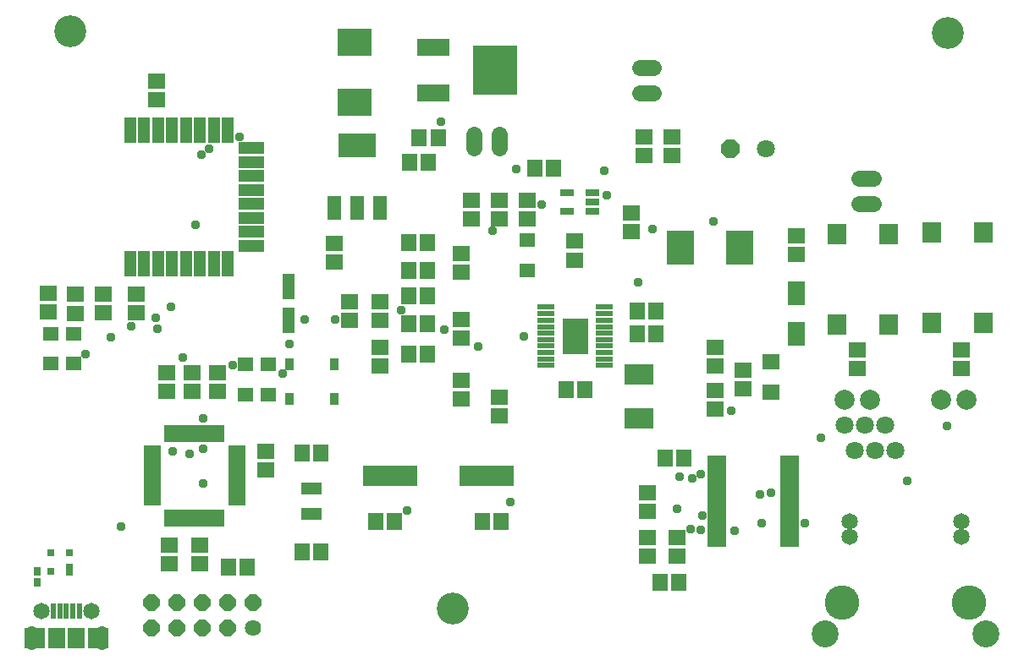
<source format=gbr>
G04 EAGLE Gerber RS-274X export*
G75*
%MOMM*%
%FSLAX34Y34*%
%LPD*%
%INSoldermask Top*%
%IPPOS*%
%AMOC8*
5,1,8,0,0,1.08239X$1,22.5*%
G01*
%ADD10R,1.703200X1.503200*%
%ADD11R,1.503200X1.703200*%
%ADD12R,2.103200X1.303200*%
%ADD13R,1.803200X1.503200*%
%ADD14R,0.903200X1.303200*%
%ADD15R,1.703200X0.483200*%
%ADD16R,0.483200X1.703200*%
%ADD17R,1.753200X2.403200*%
%ADD18R,1.676400X0.558800*%
%ADD19R,2.590800X3.606800*%
%ADD20P,1.951982X8X202.500000*%
%ADD21C,1.803400*%
%ADD22R,2.703200X3.453200*%
%ADD23R,2.903200X2.003200*%
%ADD24R,1.422200X2.438200*%
%ADD25R,3.803200X2.403200*%
%ADD26R,3.453200X2.703200*%
%ADD27R,3.203200X1.803200*%
%ADD28R,4.394200X5.029200*%
%ADD29R,1.203200X2.503200*%
%ADD30C,1.625600*%
%ADD31R,1.854200X0.635000*%
%ADD32R,5.537200X2.133600*%
%ADD33C,1.625600*%
%ADD34P,1.759533X8X202.500000*%
%ADD35C,1.803200*%
%ADD36C,1.653200*%
%ADD37C,2.003200*%
%ADD38C,3.453200*%
%ADD39C,2.703200*%
%ADD40R,1.603200X1.403200*%
%ADD41R,1.203200X2.653200*%
%ADD42R,2.653200X1.203200*%
%ADD43R,0.703200X0.903200*%
%ADD44R,0.803200X1.203200*%
%ADD45R,0.803200X0.803200*%
%ADD46R,1.903200X2.103200*%
%ADD47R,0.603200X1.553200*%
%ADD48R,1.703200X2.103200*%
%ADD49R,2.003200X2.103200*%
%ADD50C,1.311200*%
%ADD51R,1.403200X0.803200*%
%ADD52C,3.203200*%
%ADD53C,0.959600*%


D10*
X256540Y188620D03*
X256540Y207620D03*
X94107Y365100D03*
X94107Y346100D03*
X190500Y113640D03*
X190500Y94640D03*
X127000Y365100D03*
X127000Y346100D03*
D11*
X311760Y106680D03*
X292760Y106680D03*
X292760Y205740D03*
X311760Y205740D03*
D12*
X302260Y169980D03*
X302260Y144980D03*
D13*
X160020Y113640D03*
X160020Y94640D03*
D14*
X325120Y294640D03*
X325120Y259640D03*
X280620Y259640D03*
X280620Y294640D03*
D15*
X227920Y155380D03*
X227920Y160380D03*
X227920Y165380D03*
X227920Y170380D03*
X227920Y175380D03*
X227920Y180380D03*
X227920Y185380D03*
X227920Y190380D03*
X227920Y195380D03*
X227920Y200380D03*
X227920Y205380D03*
X227920Y210380D03*
D16*
X212920Y225380D03*
X207920Y225380D03*
X202920Y225380D03*
X197920Y225380D03*
X192920Y225380D03*
X187920Y225380D03*
X182920Y225380D03*
X177920Y225380D03*
X172920Y225380D03*
X167920Y225380D03*
X162920Y225380D03*
X157920Y225380D03*
D15*
X142920Y210380D03*
X142920Y205380D03*
X142920Y200380D03*
X142920Y195380D03*
X142920Y190380D03*
X142920Y185380D03*
X142920Y180380D03*
X142920Y175380D03*
X142920Y170380D03*
X142920Y165380D03*
X142920Y160380D03*
X142920Y155380D03*
D16*
X157920Y140380D03*
X162920Y140380D03*
X167920Y140380D03*
X172920Y140380D03*
X177920Y140380D03*
X182920Y140380D03*
X187920Y140380D03*
X192920Y140380D03*
X197920Y140380D03*
X202920Y140380D03*
X207920Y140380D03*
X212920Y140380D03*
D17*
X787400Y365940D03*
X787400Y324940D03*
D10*
X787400Y404520D03*
X787400Y423520D03*
D18*
X537210Y351790D03*
X537210Y345440D03*
X537210Y338836D03*
X537210Y332232D03*
X537210Y325882D03*
X537210Y319278D03*
X537210Y312928D03*
X537210Y306324D03*
X537210Y299720D03*
X537210Y293370D03*
X595630Y293370D03*
X595630Y299720D03*
X595630Y306324D03*
X595630Y312928D03*
X595630Y319278D03*
X595630Y325882D03*
X595630Y332232D03*
X595630Y338836D03*
X595630Y345440D03*
X595630Y351790D03*
D19*
X566420Y322580D03*
D10*
X452120Y259740D03*
X452120Y278740D03*
D11*
X399440Y388620D03*
X418440Y388620D03*
D10*
X490474Y242722D03*
X490474Y261722D03*
D11*
X418440Y416560D03*
X399440Y416560D03*
D10*
X452120Y405740D03*
X452120Y386740D03*
D11*
X556920Y269240D03*
X575920Y269240D03*
D10*
X622300Y446380D03*
X622300Y427380D03*
D20*
X721360Y510540D03*
D21*
X756920Y510540D03*
D22*
X731040Y411480D03*
X671040Y411480D03*
D10*
X662940Y522580D03*
X662940Y503580D03*
X635000Y522580D03*
X635000Y503580D03*
D11*
X628040Y325120D03*
X647040Y325120D03*
X628040Y347980D03*
X647040Y347980D03*
D23*
X629920Y240480D03*
X629920Y284480D03*
D24*
X324870Y451610D03*
X347980Y451610D03*
X371090Y451610D03*
D25*
X347980Y513590D03*
D10*
X325120Y396900D03*
X325120Y415900D03*
D26*
X345440Y616740D03*
X345440Y556740D03*
D27*
X424420Y612080D03*
X424420Y566480D03*
D28*
X485780Y589280D03*
D11*
X418440Y335280D03*
X399440Y335280D03*
D10*
X452120Y320700D03*
X452120Y339700D03*
D11*
X399440Y304800D03*
X418440Y304800D03*
X418440Y363220D03*
X399440Y363220D03*
D10*
X370840Y338480D03*
X370840Y357480D03*
X370840Y311760D03*
X370840Y292760D03*
X340360Y338480D03*
X340360Y357480D03*
D29*
X279400Y372600D03*
X279400Y338350D03*
D30*
X630428Y566420D02*
X644652Y566420D01*
X644652Y591820D02*
X630428Y591820D01*
D31*
X707898Y199644D03*
X707898Y193294D03*
X707898Y186690D03*
X707898Y180340D03*
X707898Y173736D03*
X707898Y167132D03*
X707898Y160782D03*
X707898Y154178D03*
X707898Y147828D03*
X707898Y141224D03*
X707898Y134620D03*
X707898Y128270D03*
X707898Y121666D03*
X707898Y115316D03*
X780542Y115316D03*
X780542Y121666D03*
X780542Y128270D03*
X780542Y134620D03*
X780542Y141224D03*
X780542Y147828D03*
X780542Y154178D03*
X780542Y160782D03*
X780542Y167132D03*
X780542Y173736D03*
X780542Y180340D03*
X780542Y186690D03*
X780542Y193294D03*
X780542Y199644D03*
D10*
X706120Y311760D03*
X706120Y292760D03*
X706120Y268580D03*
X706120Y249580D03*
X734060Y288900D03*
X734060Y269900D03*
X668020Y102260D03*
X668020Y121260D03*
X638099Y146862D03*
X638099Y165862D03*
X638480Y121336D03*
X638480Y102336D03*
D13*
X762000Y266700D03*
X762000Y297180D03*
D11*
X674980Y200660D03*
X655980Y200660D03*
X669900Y76200D03*
X650900Y76200D03*
X473100Y137160D03*
X492100Y137160D03*
X385420Y137160D03*
X366420Y137160D03*
D32*
X477520Y182880D03*
X381000Y182880D03*
D10*
X157480Y267360D03*
X157480Y286360D03*
X208280Y267360D03*
X208280Y286360D03*
X182880Y267360D03*
X182880Y286360D03*
D33*
X243840Y30480D03*
D34*
X243840Y55880D03*
X218440Y30480D03*
X218440Y55880D03*
X193040Y30480D03*
X193040Y55880D03*
X167640Y30480D03*
X167640Y55880D03*
X142240Y30480D03*
X142240Y55880D03*
D11*
X219100Y91440D03*
X238100Y91440D03*
D35*
X886370Y208260D03*
X866070Y208260D03*
X845770Y208260D03*
X876220Y233660D03*
X855920Y233660D03*
X835620Y233660D03*
D36*
X952520Y137160D03*
X840720Y137160D03*
X952520Y121760D03*
X840720Y121760D03*
D37*
X957520Y259060D03*
X932120Y259060D03*
X861020Y259060D03*
X835620Y259060D03*
D38*
X960120Y55860D03*
X833120Y55860D03*
D39*
X977270Y24160D03*
X815970Y24160D03*
D10*
X848360Y290220D03*
X848360Y309220D03*
X952500Y290220D03*
X952500Y309220D03*
D40*
X518160Y418860D03*
X518160Y388860D03*
D10*
X518160Y440080D03*
X518160Y459080D03*
X490220Y440080D03*
X490220Y459080D03*
X462280Y440080D03*
X462280Y459080D03*
D40*
X259080Y294400D03*
X259080Y264400D03*
X236220Y294400D03*
X236220Y264400D03*
D41*
X120840Y395230D03*
X134840Y395230D03*
X148840Y395230D03*
X162840Y395230D03*
X176840Y395230D03*
X190840Y395230D03*
X204840Y395230D03*
X218840Y395230D03*
D42*
X241790Y413280D03*
X241790Y427280D03*
X241790Y441280D03*
X241790Y455280D03*
X241790Y469280D03*
X241790Y483280D03*
X241790Y497280D03*
X241790Y511280D03*
D41*
X218840Y529330D03*
X204840Y529330D03*
X190840Y529330D03*
X176840Y529330D03*
X162840Y529330D03*
X148840Y529330D03*
X134840Y529330D03*
X120840Y529330D03*
D13*
X147320Y578460D03*
X147320Y559460D03*
D10*
X65684Y345719D03*
X65684Y364719D03*
X39014Y346735D03*
X39014Y365735D03*
D40*
X64135Y325058D03*
X64135Y295058D03*
X41656Y325439D03*
X41656Y295439D03*
D43*
X27940Y75780D03*
X27940Y86780D03*
D44*
X60300Y89020D03*
D45*
X60300Y106020D03*
X41300Y106020D03*
X41300Y87020D03*
D30*
X490220Y511048D02*
X490220Y525272D01*
X464820Y525272D02*
X464820Y511048D01*
X850138Y455676D02*
X864362Y455676D01*
X864362Y481076D02*
X850138Y481076D01*
D46*
X879448Y424730D03*
X828448Y424730D03*
X828448Y334730D03*
X879448Y334730D03*
X974190Y426254D03*
X923190Y426254D03*
X923190Y336254D03*
X974190Y336254D03*
D36*
X32150Y47320D03*
X82150Y47320D03*
D47*
X44150Y47070D03*
X50650Y47070D03*
X57150Y47070D03*
X63650Y47070D03*
X70150Y47070D03*
D48*
X47150Y20320D03*
X67150Y20320D03*
D49*
X25150Y20320D03*
X89150Y20320D03*
D50*
X22150Y14780D02*
X22150Y25860D01*
X92150Y25860D02*
X92150Y14780D01*
D11*
X400456Y496570D03*
X419456Y496570D03*
X410108Y521208D03*
X429108Y521208D03*
D51*
X582984Y447446D03*
X582984Y456946D03*
X582984Y466446D03*
X557984Y466446D03*
X557984Y447446D03*
D11*
X525424Y490982D03*
X544424Y490982D03*
D10*
X565912Y417932D03*
X565912Y398932D03*
D52*
X443484Y49530D03*
X60960Y628142D03*
X939038Y626872D03*
D53*
X532892Y454406D03*
X180594Y205232D03*
X507238Y489966D03*
X111608Y131699D03*
X796011Y135763D03*
X752450Y135661D03*
X597560Y464236D03*
X194056Y209550D03*
X193548Y175006D03*
X161646Y351866D03*
X101981Y321361D03*
X431800Y537464D03*
X469392Y312674D03*
X704088Y437388D03*
X938327Y232486D03*
X898652Y178054D03*
X628904Y376936D03*
X643128Y429768D03*
X295656Y339852D03*
X326136Y339852D03*
X391668Y348996D03*
X595122Y488188D03*
X435610Y329438D03*
X514858Y322834D03*
X812292Y220599D03*
X693242Y142799D03*
X691490Y128321D03*
X725551Y127660D03*
X722376Y248412D03*
X667817Y149911D03*
X681228Y129540D03*
X750824Y164084D03*
X397764Y147828D03*
X762000Y166116D03*
X501396Y156972D03*
X223418Y293319D03*
X670687Y182321D03*
X273533Y285013D03*
X683057Y180111D03*
X173736Y301752D03*
X691998Y184480D03*
X121768Y332410D03*
X192024Y504444D03*
X148488Y329717D03*
X199644Y510540D03*
X163068Y207264D03*
X194310Y240792D03*
X280340Y314808D03*
X483108Y428244D03*
X146456Y340868D03*
X230124Y522732D03*
X76505Y304978D03*
X186334Y434340D03*
M02*

</source>
